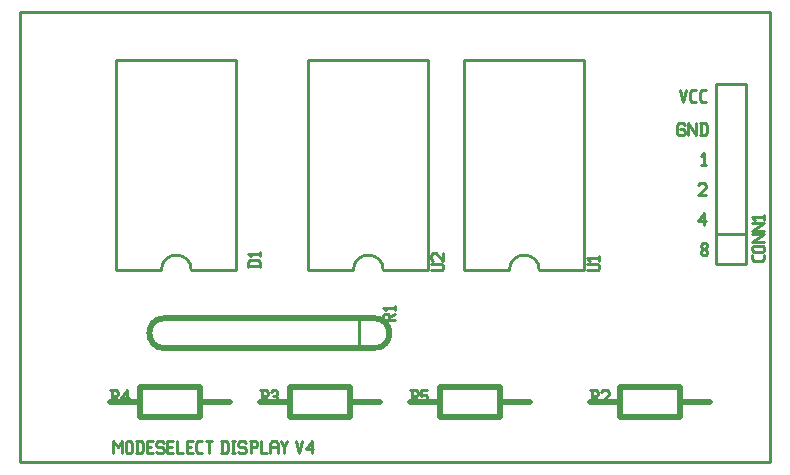
<source format=gto>
G04 start of page 13 for group -4079 idx -4079 *
G04 Title: (unknown), topsilk *
G04 Creator: pcb 4.2.2 *
G04 CreationDate: Mon Jan 20 03:02:52 2025 UTC *
G04 For: electronics *
G04 Format: Gerber/RS-274X *
G04 PCB-Dimensions (mil): 2500.00 1500.00 *
G04 PCB-Coordinate-Origin: lower left *
%MOIN*%
%FSLAX25Y25*%
%LNGTO*%
%ADD80C,0.0200*%
%ADD79C,0.0100*%
G54D79*X0Y150000D02*Y0D01*
Y150000D02*X250000D01*
X0Y0D02*X250000D01*
Y150000D02*Y0D01*
X31000Y7000D02*Y3000D01*
Y7000D02*X32500Y5000D01*
X34000Y7000D01*
Y3000D01*
X35200Y6500D02*Y3500D01*
Y6500D02*X35700Y7000D01*
X36700D01*
X37200Y6500D01*
Y3500D01*
X36700Y3000D02*X37200Y3500D01*
X35700Y3000D02*X36700D01*
X35200Y3500D02*X35700Y3000D01*
X38900Y7000D02*Y3000D01*
X40200Y7000D02*X40900Y6300D01*
Y3700D01*
X40200Y3000D02*X40900Y3700D01*
X38400Y3000D02*X40200D01*
X38400Y7000D02*X40200D01*
X42100Y5200D02*X43600D01*
X42100Y3000D02*X44100D01*
X42100Y7000D02*Y3000D01*
Y7000D02*X44100D01*
X47300D02*X47800Y6500D01*
X45800Y7000D02*X47300D01*
X45300Y6500D02*X45800Y7000D01*
X45300Y6500D02*Y5500D01*
X45800Y5000D01*
X47300D01*
X47800Y4500D01*
Y3500D01*
X47300Y3000D02*X47800Y3500D01*
X45800Y3000D02*X47300D01*
X45300Y3500D02*X45800Y3000D01*
X49000Y5200D02*X50500D01*
X49000Y3000D02*X51000D01*
X49000Y7000D02*Y3000D01*
Y7000D02*X51000D01*
X52200D02*Y3000D01*
X54200D01*
X55400Y5200D02*X56900D01*
X55400Y3000D02*X57400D01*
X55400Y7000D02*Y3000D01*
Y7000D02*X57400D01*
X59300Y3000D02*X60600D01*
X58600Y3700D02*X59300Y3000D01*
X58600Y6300D02*Y3700D01*
Y6300D02*X59300Y7000D01*
X60600D01*
X61800D02*X63800D01*
X62800D02*Y3000D01*
X67300Y7000D02*Y3000D01*
X68600Y7000D02*X69300Y6300D01*
Y3700D01*
X68600Y3000D02*X69300Y3700D01*
X66800Y3000D02*X68600D01*
X66800Y7000D02*X68600D01*
X70500D02*X71500D01*
X71000D02*Y3000D01*
X70500D02*X71500D01*
X74700Y7000D02*X75200Y6500D01*
X73200Y7000D02*X74700D01*
X72700Y6500D02*X73200Y7000D01*
X72700Y6500D02*Y5500D01*
X73200Y5000D01*
X74700D01*
X75200Y4500D01*
Y3500D01*
X74700Y3000D02*X75200Y3500D01*
X73200Y3000D02*X74700D01*
X72700Y3500D02*X73200Y3000D01*
X76900Y7000D02*Y3000D01*
X76400Y7000D02*X78400D01*
X78900Y6500D01*
Y5500D01*
X78400Y5000D02*X78900Y5500D01*
X76900Y5000D02*X78400D01*
X80100Y7000D02*Y3000D01*
X82100D01*
X83300Y6000D02*Y3000D01*
Y6000D02*X84000Y7000D01*
X85100D01*
X85800Y6000D01*
Y3000D01*
X83300Y5000D02*X85800D01*
X87000Y7000D02*X88000Y5000D01*
X89000Y7000D01*
X88000Y5000D02*Y3000D01*
X92000Y7000D02*X93000Y3000D01*
X94000Y7000D01*
X95200Y4500D02*X97200Y7000D01*
X95200Y4500D02*X97700D01*
X97200Y7000D02*Y3000D01*
X220000Y124000D02*X221000Y120000D01*
X222000Y124000D01*
X223900Y120000D02*X225200D01*
X223200Y120700D02*X223900Y120000D01*
X223200Y123300D02*Y120700D01*
Y123300D02*X223900Y124000D01*
X225200D01*
X227100Y120000D02*X228400D01*
X226400Y120700D02*X227100Y120000D01*
X226400Y123300D02*Y120700D01*
Y123300D02*X227100Y124000D01*
X228400D01*
X221000Y113000D02*X221500Y112500D01*
X219500Y113000D02*X221000D01*
X219000Y112500D02*X219500Y113000D01*
X219000Y112500D02*Y109500D01*
X219500Y109000D01*
X221000D01*
X221500Y109500D01*
Y110500D02*Y109500D01*
X221000Y111000D02*X221500Y110500D01*
X220000Y111000D02*X221000D01*
X222700Y113000D02*Y109000D01*
Y113000D02*X225200Y109000D01*
Y113000D02*Y109000D01*
X226900Y113000D02*Y109000D01*
X228200Y113000D02*X228900Y112300D01*
Y109700D01*
X228200Y109000D02*X228900Y109700D01*
X226400Y109000D02*X228200D01*
X226400Y113000D02*X228200D01*
X227000Y102200D02*X227800Y103000D01*
Y99000D01*
X227000D02*X228500D01*
X226000Y92500D02*X226500Y93000D01*
X228000D01*
X228500Y92500D01*
Y91500D01*
X226000Y89000D02*X228500Y91500D01*
X226000Y89000D02*X228500D01*
X226000Y80500D02*X228000Y83000D01*
X226000Y80500D02*X228500D01*
X228000Y83000D02*Y79000D01*
X227000Y69500D02*X227500Y69000D01*
X227000Y70300D02*Y69500D01*
Y70300D02*X227700Y71000D01*
X228300D01*
X229000Y70300D01*
Y69500D01*
X228500Y69000D02*X229000Y69500D01*
X227500Y69000D02*X228500D01*
X227000Y71700D02*X227700Y71000D01*
X227000Y72500D02*Y71700D01*
Y72500D02*X227500Y73000D01*
X228500D01*
X229000Y72500D01*
Y71700D01*
X228300Y71000D02*X229000Y71700D01*
G54D80*X140000Y25000D02*X160000D01*
Y15000D01*
X140000D01*
Y25000D01*
X130000Y20000D02*X140000D01*
X160000D02*X170000D01*
X90000Y25000D02*X110000D01*
Y15000D01*
X90000D01*
Y25000D01*
X80000Y20000D02*X90000D01*
X110000D02*X120000D01*
X40000Y25000D02*X60000D01*
Y15000D01*
X40000D01*
Y25000D01*
X30000Y20000D02*X40000D01*
X60000D02*X70000D01*
X48000Y48000D02*X118000D01*
X48000Y38000D02*X118000D01*
G54D79*X113000Y48000D02*Y38000D01*
G54D80*X118000D02*G75*G03X118000Y48000I0J5000D01*G01*
X48000D02*G75*G03X48000Y38000I0J-5000D01*G01*
X200000Y25000D02*X220000D01*
Y15000D01*
X200000D01*
Y25000D01*
X190000Y20000D02*X200000D01*
X220000D02*X230000D01*
G54D79*X136000Y134000D02*Y64000D01*
X96000Y134000D02*X136000D01*
X96000D02*Y64000D01*
X121000D02*X136000D01*
X96000D02*X111000D01*
X121000D02*G75*G03X111000Y64000I-5000J0D01*G01*
X72000Y134000D02*Y64000D01*
X32000Y134000D02*X72000D01*
X32000D02*Y64000D01*
X57000D02*X72000D01*
X32000D02*X47000D01*
X57000D02*G75*G03X47000Y64000I-5000J0D01*G01*
X188000Y134000D02*Y64000D01*
X148000Y134000D02*X188000D01*
X148000D02*Y64000D01*
X173000D02*X188000D01*
X148000D02*X163000D01*
X173000D02*G75*G03X163000Y64000I-5000J0D01*G01*
X242000Y126000D02*Y66000D01*
X232000Y126000D02*X242000D01*
X232000D02*Y66000D01*
X242000D01*
X232000Y76000D02*X242000D01*
X232000D02*Y66000D01*
X80000Y24000D02*X82000D01*
X82500Y23500D01*
Y22500D01*
X82000Y22000D02*X82500Y22500D01*
X80500Y22000D02*X82000D01*
X80500Y24000D02*Y20000D01*
X81300Y22000D02*X82500Y20000D01*
X83700Y23500D02*X84200Y24000D01*
X85200D01*
X85700Y23500D01*
X85200Y20000D02*X85700Y20500D01*
X84200Y20000D02*X85200D01*
X83700Y20500D02*X84200Y20000D01*
Y22200D02*X85200D01*
X85700Y23500D02*Y22700D01*
Y21700D02*Y20500D01*
Y21700D02*X85200Y22200D01*
X85700Y22700D02*X85200Y22200D01*
X30000Y24000D02*X32000D01*
X32500Y23500D01*
Y22500D01*
X32000Y22000D02*X32500Y22500D01*
X30500Y22000D02*X32000D01*
X30500Y24000D02*Y20000D01*
X31300Y22000D02*X32500Y20000D01*
X33700Y21500D02*X35700Y24000D01*
X33700Y21500D02*X36200D01*
X35700Y24000D02*Y20000D01*
X76000Y65500D02*X80000D01*
X76000Y66800D02*X76700Y67500D01*
X79300D01*
X80000Y66800D02*X79300Y67500D01*
X80000Y66800D02*Y65000D01*
X76000Y66800D02*Y65000D01*
X76800Y68700D02*X76000Y69500D01*
X80000D01*
Y70200D02*Y68700D01*
X190000Y24000D02*X192000D01*
X192500Y23500D01*
Y22500D01*
X192000Y22000D02*X192500Y22500D01*
X190500Y22000D02*X192000D01*
X190500Y24000D02*Y20000D01*
X191300Y22000D02*X192500Y20000D01*
X193700Y23500D02*X194200Y24000D01*
X195700D01*
X196200Y23500D01*
Y22500D01*
X193700Y20000D02*X196200Y22500D01*
X193700Y20000D02*X196200D01*
X130000Y24000D02*X132000D01*
X132500Y23500D01*
Y22500D01*
X132000Y22000D02*X132500Y22500D01*
X130500Y22000D02*X132000D01*
X130500Y24000D02*Y20000D01*
X131300Y22000D02*X132500Y20000D01*
X133700Y24000D02*X135700D01*
X133700D02*Y22000D01*
X134200Y22500D01*
X135200D01*
X135700Y22000D01*
Y20500D01*
X135200Y20000D02*X135700Y20500D01*
X134200Y20000D02*X135200D01*
X133700Y20500D02*X134200Y20000D01*
X137000Y64000D02*X140500D01*
X141000Y64500D01*
Y65500D02*Y64500D01*
Y65500D02*X140500Y66000D01*
X137000D02*X140500D01*
X137500Y67200D02*X137000Y67700D01*
Y69200D02*Y67700D01*
Y69200D02*X137500Y69700D01*
X138500D01*
X141000Y67200D02*X138500Y69700D01*
X141000D02*Y67200D01*
X189000Y64000D02*X192500D01*
X193000Y64500D01*
Y65500D02*Y64500D01*
Y65500D02*X192500Y66000D01*
X189000D02*X192500D01*
X189800Y67200D02*X189000Y68000D01*
X193000D01*
Y68700D02*Y67200D01*
X248000Y69000D02*Y67700D01*
X247300Y67000D02*X248000Y67700D01*
X244700Y67000D02*X247300D01*
X244700D02*X244000Y67700D01*
Y69000D02*Y67700D01*
X244500Y70200D02*X247500D01*
X244500D02*X244000Y70700D01*
Y71700D02*Y70700D01*
Y71700D02*X244500Y72200D01*
X247500D01*
X248000Y71700D02*X247500Y72200D01*
X248000Y71700D02*Y70700D01*
X247500Y70200D02*X248000Y70700D01*
X244000Y73400D02*X248000D01*
X244000D02*X248000Y75900D01*
X244000D02*X248000D01*
X244000Y77100D02*X248000D01*
X244000D02*X248000Y79600D01*
X244000D02*X248000D01*
X244800Y80800D02*X244000Y81600D01*
X248000D01*
Y82300D02*Y80800D01*
X121000Y49000D02*Y47000D01*
Y49000D02*X121500Y49500D01*
X122500D01*
X123000Y49000D02*X122500Y49500D01*
X123000Y49000D02*Y47500D01*
X121000D02*X125000D01*
X123000Y48300D02*X125000Y49500D01*
X121800Y50700D02*X121000Y51500D01*
X125000D01*
Y52200D02*Y50700D01*
M02*

</source>
